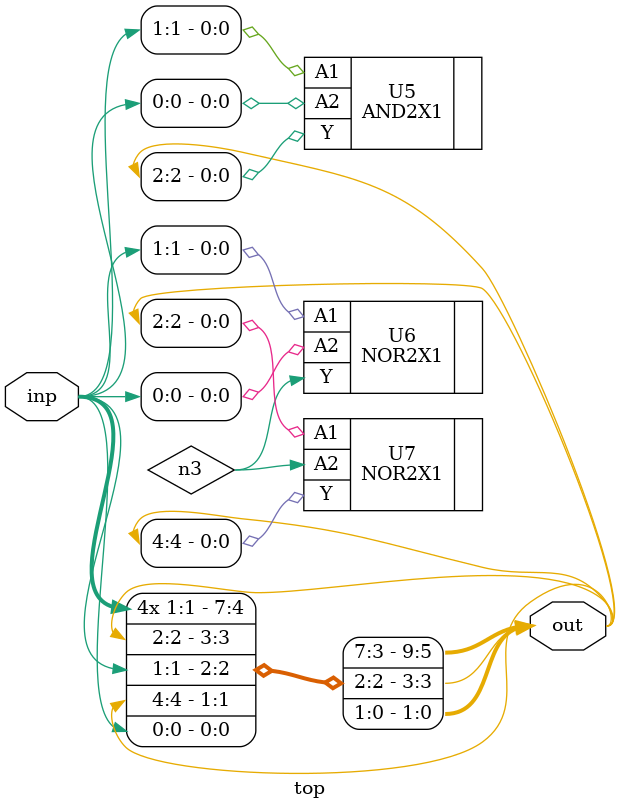
<source format=sv>


module top ( inp, out );
  input [1:0] inp;
  output [9:0] out;
  wire   n3;
  assign out[0] = inp[0];
  assign out[6] = inp[1];
  assign out[3] = inp[1];
  assign out[7] = inp[1];
  assign out[8] = inp[1];
  assign out[9] = inp[1];
  assign out[1] = out[4];
  assign out[5] = out[2];

  AND2X1 U5 (.A1(inp[1]), .A2(inp[0]), .Y(out[2]));
  NOR2X1 U6 (.A1(inp[1]), .A2(inp[0]), .Y(n3));
  NOR2X1 U7 (.A1(out[2]), .A2(n3), .Y(out[4]));


endmodule



</source>
